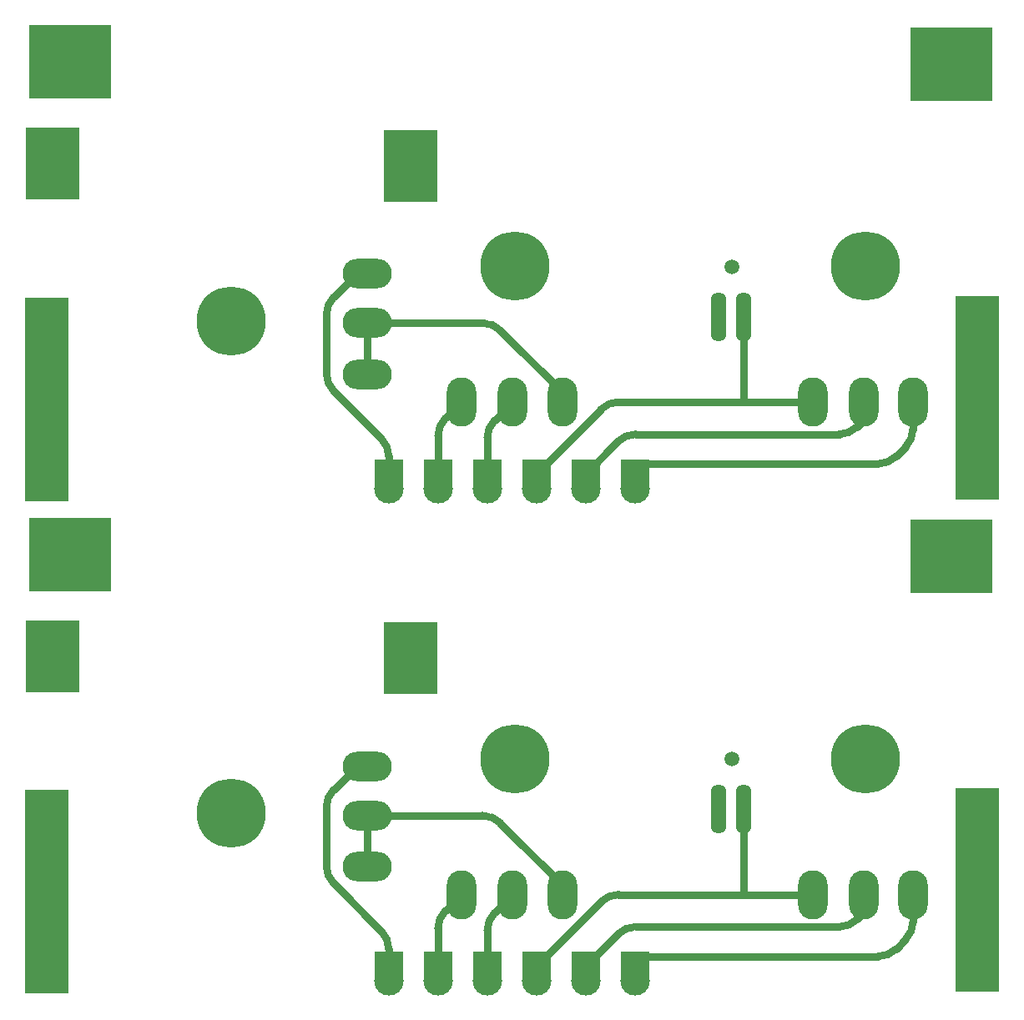
<source format=gbl>
G04*
G04 #@! TF.GenerationSoftware,Altium Limited,Altium Designer,21.0.8 (223)*
G04*
G04 Layer_Physical_Order=2*
G04 Layer_Color=16711680*
%FSLAX44Y44*%
%MOMM*%
G71*
G04*
G04 #@! TF.SameCoordinates,31EEA714-13B4-4420-B856-4EAA1F9135B5*
G04*
G04*
G04 #@! TF.FilePolarity,Positive*
G04*
G01*
G75*
%ADD10C,1.5000*%
%ADD11C,7.0000*%
%ADD12C,1.0000*%
%ADD13C,0.8000*%
%ADD14O,1.6000X5.0000*%
%ADD15R,3.0000X3.0000*%
%ADD16C,3.0000*%
%ADD17O,3.0000X5.0000*%
%ADD18O,5.0000X3.0000*%
%ADD19C,0.2540*%
%ADD20R,8.3250X7.5750*%
%ADD21R,4.5000X20.7000*%
%ADD22R,5.4750X7.4000*%
D10*
X977390Y499180D02*
D03*
Y999180D02*
D03*
D11*
X1112890Y499680D02*
D03*
X756890Y499680D02*
D03*
X469000Y444000D02*
D03*
X1112890Y999680D02*
D03*
X756890Y999680D02*
D03*
X469000Y944000D02*
D03*
D12*
X288500Y630500D02*
D03*
Y578250D02*
D03*
Y604250D02*
D03*
X651703Y628376D02*
D03*
X651727Y601234D02*
D03*
X652227Y576734D02*
D03*
X1226890Y428680D02*
D03*
Y304680D02*
D03*
Y404680D02*
D03*
Y379680D02*
D03*
Y354680D02*
D03*
Y329680D02*
D03*
X280390Y427180D02*
D03*
Y303180D02*
D03*
Y403180D02*
D03*
Y378180D02*
D03*
Y353180D02*
D03*
Y328180D02*
D03*
X288500Y1130500D02*
D03*
Y1078250D02*
D03*
Y1104250D02*
D03*
X651703Y1128376D02*
D03*
X651727Y1101234D02*
D03*
X652227Y1076734D02*
D03*
X1226890Y928680D02*
D03*
Y804680D02*
D03*
Y904680D02*
D03*
Y879680D02*
D03*
Y854680D02*
D03*
Y829680D02*
D03*
X280390Y927180D02*
D03*
Y803180D02*
D03*
Y903180D02*
D03*
Y878180D02*
D03*
Y853180D02*
D03*
Y828180D02*
D03*
D13*
X736440Y343229D02*
G03*
X729000Y325269I17960J-17960D01*
G01*
X686440Y345229D02*
G03*
X679000Y327269I17960J-17960D01*
G01*
X573190Y468190D02*
G03*
X565750Y450229I17960J-17960D01*
G01*
Y390771D02*
G03*
X573190Y372811I25400J0D01*
G01*
X629000Y306479D02*
G03*
X621561Y324440I-25400J0D01*
G01*
X742010Y434561D02*
G03*
X724049Y442000I-17960J-17960D01*
G01*
X1125689Y299000D02*
G03*
X1143650Y306439I0J25400D01*
G01*
X1153450Y316241D02*
G03*
X1160890Y334201I-17960J17960D01*
G01*
X1085979Y329000D02*
G03*
X1103940Y336440I0J25400D01*
G01*
X862201Y361680D02*
G03*
X844240Y354240I0J-25400D01*
G01*
X879521Y329000D02*
G03*
X861561Y321561I0J-25400D01*
G01*
X736440Y343229D02*
X754890Y361680D01*
X729000Y289000D02*
Y325269D01*
Y274000D02*
Y289000D01*
X686440Y345229D02*
X702890Y361680D01*
X679000Y301890D02*
Y327269D01*
X573190Y468190D02*
X597000Y492000D01*
X565750Y390771D02*
Y450229D01*
X573190Y372811D02*
X621561Y324440D01*
X629000Y289000D02*
Y306479D01*
Y274000D02*
Y289000D01*
X742010Y434561D02*
X804890Y371680D01*
X607000Y442000D02*
X724049D01*
X1143650Y306439D02*
X1153450Y316241D01*
X1160890Y334201D02*
Y361680D01*
X891780Y299000D02*
X1125689D01*
X1103940Y336440D02*
X1110890Y343390D01*
X879521Y329000D02*
X1085979D01*
X862201Y361680D02*
X989000D01*
X779000Y289000D02*
X844240Y354240D01*
X829000Y289000D02*
X861561Y321561D01*
X989000Y361680D02*
X1058890D01*
X989000D02*
Y448500D01*
X679000Y301890D02*
X682890Y298000D01*
X777610Y279110D02*
Y285320D01*
X677610Y274000D02*
Y285320D01*
X627610Y274000D02*
X627610Y285320D01*
X597000Y492000D02*
X607000D01*
X804890Y361680D02*
Y371680D01*
X607000Y390000D02*
Y442000D01*
X736440Y843230D02*
G03*
X729000Y825269I17960J-17960D01*
G01*
X686440Y845229D02*
G03*
X679000Y827269I17960J-17960D01*
G01*
X573190Y968189D02*
G03*
X565750Y950229I17960J-17960D01*
G01*
Y890771D02*
G03*
X573190Y872811I25400J0D01*
G01*
X629000Y806479D02*
G03*
X621561Y824439I-25400J0D01*
G01*
X742010Y934560D02*
G03*
X724049Y942000I-17960J-17960D01*
G01*
X1125689Y799000D02*
G03*
X1143650Y806440I0J25400D01*
G01*
X1153450Y816240D02*
G03*
X1160890Y834201I-17960J17960D01*
G01*
X1085979Y829000D02*
G03*
X1103940Y836440I0J25400D01*
G01*
X862201Y861680D02*
G03*
X844240Y854240I0J-25400D01*
G01*
X879521Y829000D02*
G03*
X861561Y821561I0J-25400D01*
G01*
X736440Y843230D02*
X754890Y861680D01*
X729000Y789000D02*
Y825269D01*
Y774000D02*
Y789000D01*
X686440Y845229D02*
X702890Y861680D01*
X679000Y801890D02*
Y827269D01*
X573190Y968189D02*
X597000Y992000D01*
X565750Y890771D02*
Y950229D01*
X573190Y872811D02*
X621561Y824439D01*
X629000Y789000D02*
Y806479D01*
Y774000D02*
Y789000D01*
X742010Y934560D02*
X804890Y871680D01*
X607000Y942000D02*
X724049D01*
X1143650Y806440D02*
X1153450Y816240D01*
X1160890Y834201D02*
Y861680D01*
X891780Y799000D02*
X1125689D01*
X1103940Y836440D02*
X1110890Y843390D01*
X879521Y829000D02*
X1085979D01*
X862201Y861680D02*
X989000D01*
X779000Y789000D02*
X844240Y854240D01*
X829000Y789000D02*
X861561Y821561D01*
X989000Y861680D02*
X1058890D01*
X989000D02*
Y948500D01*
X679000Y801890D02*
X682890Y798000D01*
X777610Y779110D02*
Y785320D01*
X677610Y774000D02*
Y785320D01*
X627610Y774000D02*
X627610Y785320D01*
X597000Y992000D02*
X607000D01*
X804890Y861680D02*
Y871680D01*
X607000Y890000D02*
Y942000D01*
D14*
X964000Y448500D02*
D03*
X989000D02*
D03*
X964000Y948500D02*
D03*
X989000D02*
D03*
D15*
X829000Y289000D02*
D03*
X679000Y289000D02*
D03*
X879000D02*
D03*
X779000D02*
D03*
X629000D02*
D03*
X729000Y289000D02*
D03*
X829000Y789000D02*
D03*
X679000Y789000D02*
D03*
X879000D02*
D03*
X779000D02*
D03*
X629000D02*
D03*
X729000Y789000D02*
D03*
D16*
X829000Y274000D02*
D03*
X679000Y274000D02*
D03*
X879000Y274000D02*
D03*
X779000Y274000D02*
D03*
X629000D02*
D03*
X729000Y274000D02*
D03*
X829000Y774000D02*
D03*
X679000Y774000D02*
D03*
X879000Y774000D02*
D03*
X779000Y774000D02*
D03*
X629000D02*
D03*
X729000Y774000D02*
D03*
D17*
X1058890Y361680D02*
D03*
X1110890D02*
D03*
X1160890D02*
D03*
X804890Y361680D02*
D03*
X754890D02*
D03*
X702890D02*
D03*
X1058890Y861680D02*
D03*
X1110890D02*
D03*
X1160890D02*
D03*
X804890Y861680D02*
D03*
X754890D02*
D03*
X702890D02*
D03*
D18*
X607000Y390000D02*
D03*
Y442000D02*
D03*
Y492000D02*
D03*
Y890000D02*
D03*
Y942000D02*
D03*
Y992000D02*
D03*
D19*
X651625Y601500D02*
X652227Y576734D01*
X651625Y601500D02*
X651727Y601234D01*
X651625Y601500D02*
X651703Y628376D01*
X651625Y1101500D02*
X652227Y1076734D01*
X651625Y1101500D02*
X651727Y1101234D01*
X651625Y1101500D02*
X651703Y1128376D01*
D20*
X305610Y707176D02*
D03*
X1199826Y704920D02*
D03*
X305610Y1207176D02*
D03*
X1199826Y1204920D02*
D03*
D21*
X1226390Y366180D02*
D03*
X281890Y364680D02*
D03*
X1226390Y866180D02*
D03*
X281890Y864680D02*
D03*
D22*
X288125Y603500D02*
D03*
X651625Y601500D02*
D03*
X288125Y1103500D02*
D03*
X651625Y1101500D02*
D03*
M02*

</source>
